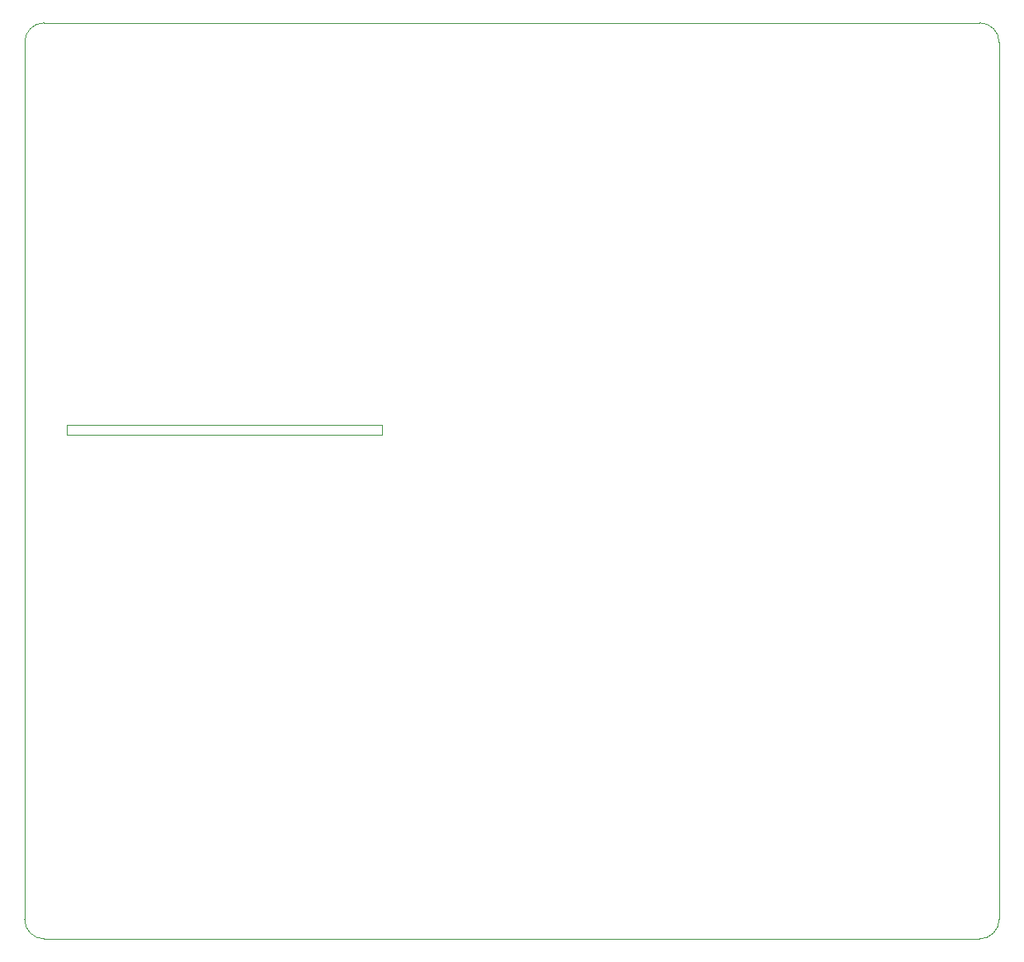
<source format=gbr>
%TF.GenerationSoftware,KiCad,Pcbnew,9.0.2*%
%TF.CreationDate,2025-06-19T15:47:43+12:00*%
%TF.ProjectId,ES-Speed-Box-Power,45532d53-7065-4656-942d-426f782d506f,rev?*%
%TF.SameCoordinates,Original*%
%TF.FileFunction,Profile,NP*%
%FSLAX46Y46*%
G04 Gerber Fmt 4.6, Leading zero omitted, Abs format (unit mm)*
G04 Created by KiCad (PCBNEW 9.0.2) date 2025-06-19 15:47:43*
%MOMM*%
%LPD*%
G01*
G04 APERTURE LIST*
%TA.AperFunction,Profile*%
%ADD10C,0.050000*%
%TD*%
G04 APERTURE END LIST*
D10*
X42000000Y-39000000D02*
G75*
G02*
X44000000Y-37000000I2000000J0D01*
G01*
X42000000Y-129000000D02*
X42000000Y-39000000D01*
X142000000Y-129000000D02*
G75*
G02*
X140000000Y-131000000I-2000000J0D01*
G01*
X140000000Y-37000000D02*
G75*
G02*
X142000000Y-39000000I0J-2000000D01*
G01*
X78704100Y-79269800D02*
X46304100Y-79269800D01*
X46304100Y-78269800D01*
X78704100Y-78269800D01*
X78704100Y-79269800D01*
X140000000Y-131000000D02*
X44000000Y-131000000D01*
X44000000Y-37000000D02*
X140000000Y-37000000D01*
X44000000Y-131000000D02*
G75*
G02*
X42000000Y-129000000I0J2000000D01*
G01*
X142000000Y-39000000D02*
X142000000Y-129000000D01*
M02*

</source>
